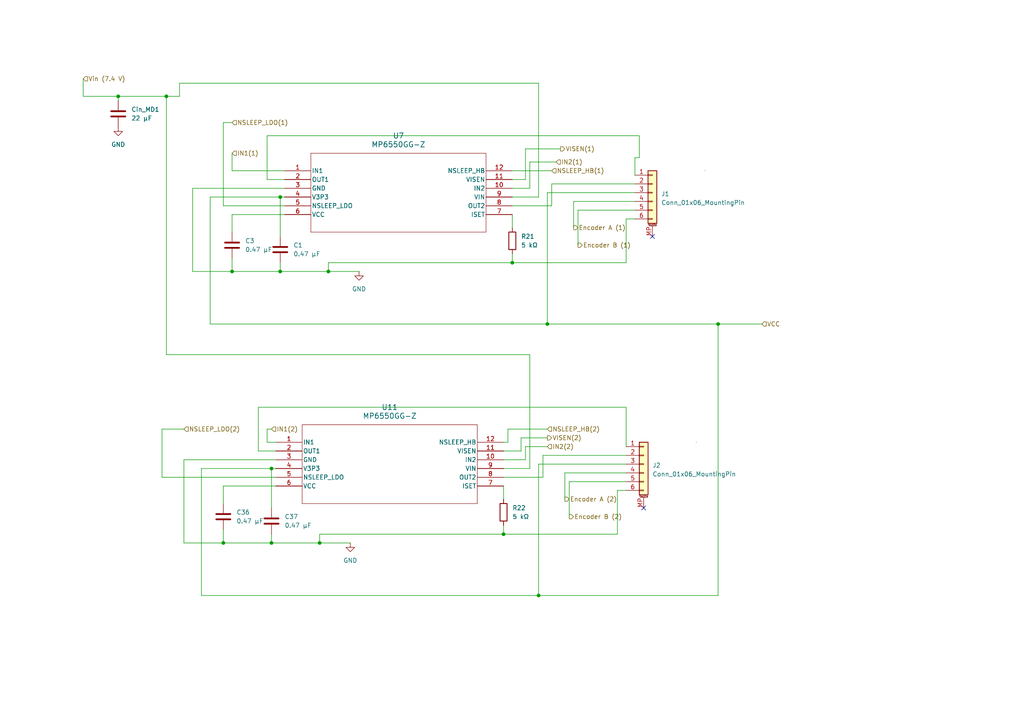
<source format=kicad_sch>
(kicad_sch (version 20250114) (generator "eeschema") (generator_version "9.0")
  (paper "A4")
  (lib_symbols
    (symbol "Connector_Generic_MountingPin:Conn_01x06_MountingPin" (pin_names (offset 1.016) (hide yes))
      (property "Reference" "J" (at 0 7.62 0))
      (property "Value" "Conn_01x06_MountingPin" (at 1.27 -10.16 0))
      (symbol "Conn_01x06_MountingPin_1_1"
        (rectangle (start -1.27 6.35) (end 1.27 -8.89) (stroke (width 0.254)) (fill (type background)))
        (rectangle (start -1.27 5.207) (end 0 4.953) (stroke (width 0.1524)))
        (rectangle (start -1.27 2.667) (end 0 2.413) (stroke (width 0.1524)))
        (rectangle (start -1.27 0.127) (end 0 -0.127) (stroke (width 0.1524)))
        (rectangle (start -1.27 -2.413) (end 0 -2.667) (stroke (width 0.1524)))
        (rectangle (start -1.27 -4.953) (end 0 -5.207) (stroke (width 0.1524)))
        (rectangle (start -1.27 -7.493) (end 0 -7.747) (stroke (width 0.1524)))
        (polyline (pts (xy -1.016 -9.652) (xy 1.016 -9.652)) (stroke (width 0.1524)))
        (text "Mounting" (at 0 -9.271 0) (effects (font (size 0.381 0.381))))
        (pin passive line (at -5.08 5.08 0) (length 3.81) (name "Pin_1") (number "1"))
        (pin passive line (at -5.08 2.54 0) (length 3.81) (name "Pin_2") (number "2"))
        (pin passive line (at -5.08 0 0) (length 3.81) (name "Pin_3") (number "3"))
        (pin passive line (at -5.08 -2.54 0) (length 3.81) (name "Pin_4") (number "4"))
        (pin passive line (at -5.08 -5.08 0) (length 3.81) (name "Pin_5") (number "5"))
        (pin passive line (at -5.08 -7.62 0) (length 3.81) (name "Pin_6") (number "6"))
        (pin passive line (at 0 -12.7 90) (length 3.048) (name "MountPin") (number "MP"))
      )
    )
    (symbol "Device:C" (pin_numbers (hide yes)) (pin_names (offset 0.254))
      (property "Reference" "C" (at 0.635 2.54 0))
      (property "Value" "C" (at 0.635 -2.54 0))
      (symbol "C_0_1"
        (polyline (pts (xy -2.032 0.762) (xy 2.032 0.762)) (stroke (width 0.508)))
        (polyline (pts (xy -2.032 -0.762) (xy 2.032 -0.762)) (stroke (width 0.508)))
      )
      (symbol "C_1_1"
        (pin passive line (at 0 3.81 270) (length 2.794) (name "~") (number "1"))
        (pin passive line (at 0 -3.81 90) (length 2.794) (name "~") (number "2"))
      )
    )
    (symbol "Device:R" (pin_numbers (hide yes)) (pin_names (offset 0))
      (property "Reference" "R" (at 2.032 0 90))
      (property "Value" "R" (at 0 0 90))
      (symbol "R_0_1"
        (rectangle (start -1.016 -2.54) (end 1.016 2.54) (stroke (width 0.254)))
      )
      (symbol "R_1_1"
        (pin passive line (at 0 3.81 270) (length 1.27) (name "~") (number "1"))
        (pin passive line (at 0 -3.81 90) (length 1.27) (name "~") (number "2"))
      )
    )
    (symbol "MP6550GG-Z:MP6550GG-Z" (pin_names (offset 0.254))
      (property "Reference" "U" (at 33.02 10.16 0))
      (property "Value" "MP6550GG-Z" (at 33.02 7.62 0))
      (symbol "MP6550GG-Z_0_1"
        (polyline (pts (xy 7.62 5.08) (xy 7.62 -17.78)) (stroke (width 0.127)))
        (polyline (pts (xy 7.62 -17.78) (xy 58.42 -17.78)) (stroke (width 0.127)))
        (polyline (pts (xy 58.42 5.08) (xy 7.62 5.08)) (stroke (width 0.127)))
        (polyline (pts (xy 58.42 -17.78) (xy 58.42 5.08)) (stroke (width 0.127)))
        (pin input line (at 0 0 0) (length 7.62) (name "IN1") (number "1"))
        (pin output line (at 0 -2.54 0) (length 7.62) (name "OUT1") (number "2"))
        (pin power_in line (at 0 -12.7 0) (length 7.62) (name "VCC") (number "6"))
        (pin input line (at 66.04 -5.08 180) (length 7.62) (name "IN2") (number "10"))
        (pin output line (at 66.04 -10.16 180) (length 7.62) (name "OUT2") (number "8"))
      )
      (symbol "MP6550GG-Z_1_1"
        (pin power_in line (at 0 -5.08 0) (length 7.62) (name "GND") (number "3"))
        (pin power_in line (at 0 -7.62 0) (length 7.62) (name "V3P3") (number "4"))
        (pin input line (at 0 -10.16 0) (length 7.62) (name "NSLEEP_LDO") (number "5"))
        (pin input line (at 66.04 0 180) (length 7.62) (name "NSLEEP_HB") (number "12"))
        (pin power_out line (at 66.04 -2.54 180) (length 7.62) (name "VISEN") (number "11"))
        (pin power_in line (at 66.04 -7.62 180) (length 7.62) (name "VIN") (number "9"))
        (pin input line (at 66.04 -12.7 180) (length 7.62) (name "ISET") (number "7"))
      )
    )
    (symbol "power:GND" (power) (pin_numbers (hide yes)) (pin_names (offset 0) (hide yes))
      (property "Value" "GND" (at 0 -3.81 0))
      (symbol "GND_0_1"
        (polyline (pts (xy 0 0) (xy 0 -1.27) (xy 1.27 -1.27) (xy 0 -2.54) (xy -1.27 -1.27) (xy 0 -1.27)))
      )
      (symbol "GND_1_1"
        (pin power_in line (at 0 0 270) (length 0) (name "~") (number "1"))
      )
    )
  )
  (rectangle (start 204.47 49.53) (end 204.47 49.53))
  (rectangle (start 201.93 128.27) (end 201.93 128.27))
  (junction (at 48.26 27.94))
  (junction (at 34.29 27.94))
  (junction (at 92.71 157.48))
  (junction (at 64.77 157.48))
  (junction (at 78.74 157.48))
  (junction (at 156.21 172.72))
  (junction (at 78.74 135.89))
  (junction (at 208.28 93.98))
  (junction (at 158.75 93.98))
  (junction (at 81.28 78.74))
  (junction (at 146.05 154.94))
  (junction (at 95.25 78.74))
  (junction (at 67.31 78.74))
  (junction (at 81.28 57.15))
  (junction (at 148.59 76.2))
  (no_connect (at 186.69 147.32))
  (no_connect (at 189.23 68.58))
  (wire (pts (xy 92.71 154.94) (xy 92.71 157.48)))
  (wire (pts (xy 146.05 138.43) (xy 157.48 138.43)))
  (wire (pts (xy 34.29 27.94) (xy 24.13 27.94)))
  (wire (pts (xy 46.99 124.46) (xy 53.34 124.46)))
  (wire (pts (xy 53.34 157.48) (xy 64.77 157.48)))
  (wire (pts (xy 82.55 52.07) (xy 77.47 52.07)))
  (wire (pts (xy 64.77 59.69) (xy 82.55 59.69)))
  (wire (pts (xy 48.26 102.87) (xy 153.67 102.87)))
  (wire (pts (xy 146.05 152.4) (xy 146.05 154.94)))
  (wire (pts (xy 181.61 142.24) (xy 179.07 142.24)))
  (wire (pts (xy 95.25 76.2) (xy 95.25 78.74)))
  (wire (pts (xy 77.47 128.27) (xy 80.01 128.27)))
  (wire (pts (xy 53.34 133.35) (xy 53.34 157.48)))
  (wire (pts (xy 153.67 135.89) (xy 153.67 102.87)))
  (wire (pts (xy 157.48 132.08) (xy 157.48 138.43)))
  (wire (pts (xy 181.61 139.7) (xy 165.1 139.7)))
  (wire (pts (xy 146.05 135.89) (xy 153.67 135.89)))
  (wire (pts (xy 58.42 172.72) (xy 58.42 135.89)))
  (wire (pts (xy 152.4 129.54) (xy 152.4 133.35)))
  (wire (pts (xy 184.15 58.42) (xy 166.37 58.42)))
  (wire (pts (xy 67.31 74.93) (xy 67.31 78.74)))
  (wire (pts (xy 148.59 52.07) (xy 152.4 52.07)))
  (wire (pts (xy 153.67 46.99) (xy 153.67 54.61)))
  (wire (pts (xy 82.55 62.23) (xy 67.31 62.23)))
  (wire (pts (xy 181.61 63.5) (xy 181.61 76.2)))
  (wire (pts (xy 82.55 49.53) (xy 67.31 49.53)))
  (wire (pts (xy 184.15 45.72) (xy 184.15 50.8)))
  (wire (pts (xy 167.64 60.96) (xy 167.64 71.12)))
  (wire (pts (xy 208.28 93.98) (xy 158.75 93.98)))
  (wire (pts (xy 165.1 139.7) (xy 165.1 149.86)))
  (wire (pts (xy 80.01 138.43) (xy 46.99 138.43)))
  (wire (pts (xy 181.61 118.11) (xy 181.61 129.54)))
  (wire (pts (xy 81.28 57.15) (xy 81.28 68.58)))
  (wire (pts (xy 185.42 39.37) (xy 185.42 45.72)))
  (wire (pts (xy 55.88 54.61) (xy 82.55 54.61)))
  (wire (pts (xy 181.61 132.08) (xy 157.48 132.08)))
  (wire (pts (xy 77.47 124.46) (xy 77.47 128.27)))
  (wire (pts (xy 158.75 93.98) (xy 158.75 55.88)))
  (wire (pts (xy 184.15 60.96) (xy 167.64 60.96)))
  (wire (pts (xy 81.28 78.74) (xy 95.25 78.74)))
  (wire (pts (xy 148.59 57.15) (xy 156.21 57.15)))
  (wire (pts (xy 78.74 154.94) (xy 78.74 157.48)))
  (wire (pts (xy 146.05 140.97) (xy 146.05 144.78)))
  (wire (pts (xy 48.26 27.94) (xy 48.26 102.87)))
  (wire (pts (xy 80.01 140.97) (xy 64.77 140.97)))
  (wire (pts (xy 146.05 133.35) (xy 152.4 133.35)))
  (wire (pts (xy 148.59 73.66) (xy 148.59 76.2)))
  (wire (pts (xy 185.42 45.72) (xy 184.15 45.72)))
  (wire (pts (xy 67.31 78.74) (xy 81.28 78.74)))
  (wire (pts (xy 158.75 129.54) (xy 152.4 129.54)))
  (wire (pts (xy 181.61 137.16) (xy 163.83 137.16)))
  (wire (pts (xy 53.34 133.35) (xy 80.01 133.35)))
  (wire (pts (xy 163.83 137.16) (xy 163.83 144.78)))
  (wire (pts (xy 80.01 135.89) (xy 78.74 135.89)))
  (wire (pts (xy 64.77 153.67) (xy 64.77 157.48)))
  (wire (pts (xy 146.05 130.81) (xy 151.13 130.81)))
  (wire (pts (xy 78.74 135.89) (xy 78.74 147.32)))
  (wire (pts (xy 146.05 128.27) (xy 147.32 128.27)))
  (wire (pts (xy 55.88 78.74) (xy 67.31 78.74)))
  (wire (pts (xy 92.71 157.48) (xy 101.6 157.48)))
  (wire (pts (xy 181.61 76.2) (xy 148.59 76.2)))
  (wire (pts (xy 52.07 24.13) (xy 52.07 27.94)))
  (wire (pts (xy 184.15 63.5) (xy 181.61 63.5)))
  (wire (pts (xy 148.59 62.23) (xy 148.59 66.04)))
  (wire (pts (xy 152.4 43.18) (xy 162.56 43.18)))
  (wire (pts (xy 80.01 130.81) (xy 74.93 130.81)))
  (wire (pts (xy 208.28 93.98) (xy 208.28 172.72)))
  (wire (pts (xy 158.75 124.46) (xy 147.32 124.46)))
  (wire (pts (xy 161.29 46.99) (xy 153.67 46.99)))
  (wire (pts (xy 77.47 52.07) (xy 77.47 39.37)))
  (wire (pts (xy 156.21 172.72) (xy 58.42 172.72)))
  (wire (pts (xy 55.88 54.61) (xy 55.88 78.74)))
  (wire (pts (xy 220.98 93.98) (xy 208.28 93.98)))
  (wire (pts (xy 146.05 154.94) (xy 92.71 154.94)))
  (wire (pts (xy 151.13 127) (xy 151.13 130.81)))
  (wire (pts (xy 156.21 24.13) (xy 52.07 24.13)))
  (wire (pts (xy 64.77 157.48) (xy 78.74 157.48)))
  (wire (pts (xy 166.37 58.42) (xy 166.37 66.04)))
  (wire (pts (xy 156.21 57.15) (xy 156.21 24.13)))
  (wire (pts (xy 24.13 22.86) (xy 24.13 27.94)))
  (wire (pts (xy 158.75 127) (xy 151.13 127)))
  (wire (pts (xy 153.67 54.61) (xy 148.59 54.61)))
  (wire (pts (xy 160.02 53.34) (xy 160.02 59.69)))
  (wire (pts (xy 74.93 118.11) (xy 181.61 118.11)))
  (wire (pts (xy 60.96 93.98) (xy 60.96 57.15)))
  (wire (pts (xy 64.77 35.56) (xy 64.77 59.69)))
  (wire (pts (xy 34.29 27.94) (xy 34.29 29.21)))
  (wire (pts (xy 52.07 27.94) (xy 48.26 27.94)))
  (wire (pts (xy 74.93 130.81) (xy 74.93 118.11)))
  (wire (pts (xy 156.21 172.72) (xy 156.21 134.62)))
  (wire (pts (xy 78.74 124.46) (xy 77.47 124.46)))
  (wire (pts (xy 67.31 49.53) (xy 67.31 44.45)))
  (wire (pts (xy 95.25 78.74) (xy 104.14 78.74)))
  (wire (pts (xy 158.75 55.88) (xy 184.15 55.88)))
  (wire (pts (xy 64.77 140.97) (xy 64.77 146.05)))
  (wire (pts (xy 156.21 134.62) (xy 181.61 134.62)))
  (wire (pts (xy 67.31 35.56) (xy 64.77 35.56)))
  (wire (pts (xy 148.59 49.53) (xy 160.02 49.53)))
  (wire (pts (xy 81.28 76.2) (xy 81.28 78.74)))
  (wire (pts (xy 179.07 154.94) (xy 146.05 154.94)))
  (wire (pts (xy 77.47 39.37) (xy 185.42 39.37)))
  (wire (pts (xy 46.99 138.43) (xy 46.99 124.46)))
  (wire (pts (xy 148.59 59.69) (xy 160.02 59.69)))
  (wire (pts (xy 179.07 142.24) (xy 179.07 154.94)))
  (wire (pts (xy 152.4 52.07) (xy 152.4 43.18)))
  (wire (pts (xy 82.55 57.15) (xy 81.28 57.15)))
  (wire (pts (xy 78.74 157.48) (xy 92.71 157.48)))
  (wire (pts (xy 208.28 172.72) (xy 156.21 172.72)))
  (wire (pts (xy 67.31 62.23) (xy 67.31 67.31)))
  (wire (pts (xy 158.75 93.98) (xy 60.96 93.98)))
  (wire (pts (xy 58.42 135.89) (xy 78.74 135.89)))
  (wire (pts (xy 148.59 76.2) (xy 95.25 76.2)))
  (wire (pts (xy 184.15 53.34) (xy 160.02 53.34)))
  (wire (pts (xy 48.26 27.94) (xy 34.29 27.94)))
  (wire (pts (xy 60.96 57.15) (xy 81.28 57.15)))
  (wire (pts (xy 147.32 124.46) (xy 147.32 128.27)))
  (hierarchical_label "NSLEEP_HB(2)" (shape input) (at 158.75 124.46 0))
  (hierarchical_label "IN1(1)" (shape input) (at 67.31 44.45 0))
  (hierarchical_label "IN2(1)" (shape input) (at 161.29 46.99 0))
  (hierarchical_label "VCC" (shape input) (at 220.98 93.98 0))
  (hierarchical_label "NSLEEP_HB(1)" (shape input) (at 160.02 49.53 0))
  (hierarchical_label "IN2(2)" (shape input) (at 158.75 129.54 0))
  (hierarchical_label "Vin (7.4 V)" (shape input) (at 24.13 22.86 0))
  (hierarchical_label "IN1(2)" (shape input) (at 78.74 124.46 0))
  (hierarchical_label "NSLEEP_LDO(2)" (shape input) (at 53.34 124.46 0))
  (hierarchical_label "VISEN(2)" (shape output) (at 158.75 127 0))
  (hierarchical_label "NSLEEP_LDO(1)" (shape input) (at 67.31 35.56 0))
  (hierarchical_label "Encoder A (2)" (shape output) (at 163.83 144.78 0))
  (hierarchical_label "Encoder B (2)" (shape output) (at 165.1 149.86 0))
  (hierarchical_label "Encoder A (1)" (shape output) (at 166.37 66.04 0))
  (hierarchical_label "Encoder B (1)" (shape output) (at 167.64 71.12 0))
  (hierarchical_label "VISEN(1)" (shape output) (at 162.56 43.18 0))
  (symbol (lib_id "Connector_Generic_MountingPin:Conn_01x06_MountingPin") (at 189.23 55.88 0) (unit 1)
    (property "Reference" "J1" (at 191.77 56.2355 0) (effects (justify left)))
    (property "Value" "Conn_01x06_MountingPin" (at 191.77 58.7755 0) (effects (justify left)))
    (property "Description" "Generic connectable mounting pin connector, single row, 01x06, script generated (kicad-library-utils/schlib/autogen/connector/)" (effects (hide yes)))
  )
  (symbol (lib_id "power:GND") (at 34.29 36.83 0) (unit 1)
    (property "Reference" "#PWR058" (effects (hide yes)))
    (property "Value" "GND" (at 34.29 41.91 0))
    (property "Description" "Power symbol creates a global label with name \"GND\" , ground" (effects (hide yes)))
  )
  (symbol (lib_id "Connector_Generic_MountingPin:Conn_01x06_MountingPin") (at 186.69 134.62 0) (unit 1)
    (property "Reference" "J2" (at 189.23 134.9755 0) (effects (justify left)))
    (property "Value" "Conn_01x06_MountingPin" (at 189.23 137.5155 0) (effects (justify left)))
    (property "Description" "Generic connectable mounting pin connector, single row, 01x06, script generated (kicad-library-utils/schlib/autogen/connector/)" (effects (hide yes)))
  )
  (symbol (lib_id "power:GND") (at 104.14 78.74 0) (unit 1)
    (property "Reference" "#PWR08" (effects (hide yes)))
    (property "Value" "GND" (at 104.14 83.82 0))
    (property "Description" "Power symbol creates a global label with name \"GND\" , ground" (effects (hide yes)))
  )
  (symbol (lib_id "Device:R") (at 148.59 69.85 0) (unit 1)
    (property "Reference" "R21" (at 151.13 68.5799 0) (effects (justify left)))
    (property "Value" "5 kΩ" (at 151.13 71.1199 0) (effects (justify left)))
    (property "Description" "Resistor" (effects (hide yes)))
  )
  (symbol (lib_id "Device:C") (at 81.28 72.39 0) (unit 1)
    (property "Reference" "C1" (at 85.09 71.1199 0) (effects (justify left)))
    (property "Value" "0.47 μF" (at 85.09 73.6599 0) (effects (justify left)))
    (property "Description" "Unpolarized capacitor" (effects (hide yes)))
  )
  (symbol (lib_id "MP6550GG-Z:MP6550GG-Z") (at 80.01 128.27 0) (unit 1)
    (property "Reference" "U11" (at 113.03 118.11 0) (effects (font (size 1.524 1.524))))
    (property "Value" "MP6550GG-Z" (at 113.03 120.65 0) (effects (font (size 1.524 1.524))))
    (property "Footprint" "MP655OG-Z_FOOTPRINT:MP6550_MNP" (effects (hide yes)))
    (property "Datasheet" "https://www.monolithicpower.com/en/documentview/productdocument/index/version/2/document_type/Datasheet/lang/en/sku/MP6550GG-Z" (effects (hide yes)))
  )
  (symbol (lib_id "Device:R") (at 146.05 148.59 0) (unit 1)
    (property "Reference" "R22" (at 148.59 147.3199 0) (effects (justify left)))
    (property "Value" "5 kΩ" (at 148.59 149.8599 0) (effects (justify left)))
    (property "Description" "Resistor" (effects (hide yes)))
  )
  (symbol (lib_id "Device:C") (at 64.77 149.86 0) (unit 1)
    (property "Reference" "C36" (at 68.58 148.5899 0) (effects (justify left)))
    (property "Value" "0.47 μF" (at 68.58 151.1299 0) (effects (justify left)))
    (property "Description" "Unpolarized capacitor" (effects (hide yes)))
  )
  (symbol (lib_id "Device:C") (at 34.29 33.02 0) (unit 1)
    (property "Reference" "Cin_MD1" (at 38.1 31.7499 0) (effects (justify left)))
    (property "Value" "22 μF" (at 38.1 34.2899 0) (effects (justify left)))
    (property "Description" "Unpolarized capacitor" (effects (hide yes)))
  )
  (symbol (lib_id "power:GND") (at 101.6 157.48 0) (unit 1)
    (property "Reference" "#PWR057" (effects (hide yes)))
    (property "Value" "GND" (at 101.6 162.56 0))
    (property "Description" "Power symbol creates a global label with name \"GND\" , ground" (effects (hide yes)))
  )
  (symbol (lib_id "Device:C") (at 78.74 151.13 0) (unit 1)
    (property "Reference" "C37" (at 82.55 149.8599 0) (effects (justify left)))
    (property "Value" "0.47 μF" (at 82.55 152.3999 0) (effects (justify left)))
    (property "Description" "Unpolarized capacitor" (effects (hide yes)))
  )
  (symbol (lib_id "MP6550GG-Z:MP6550GG-Z") (at 82.55 49.53 0) (unit 1)
    (property "Reference" "U7" (at 115.57 39.37 0) (effects (font (size 1.524 1.524))))
    (property "Value" "MP6550GG-Z" (at 115.57 41.91 0) (effects (font (size 1.524 1.524))))
    (property "Footprint" "MP655OG-Z_FOOTPRINT:MP6550_MNP" (effects (hide yes)))
    (property "Datasheet" "https://www.monolithicpower.com/en/documentview/productdocument/index/version/2/document_type/Datasheet/lang/en/sku/MP6550GG-Z" (effects (hide yes)))
  )
  (symbol (lib_id "Device:C") (at 67.31 71.12 0) (unit 1)
    (property "Reference" "C3" (at 71.12 69.8499 0) (effects (justify left)))
    (property "Value" "0.47 μF" (at 71.12 72.3899 0) (effects (justify left)))
    (property "Description" "Unpolarized capacitor" (effects (hide yes)))
  )
)
</source>
